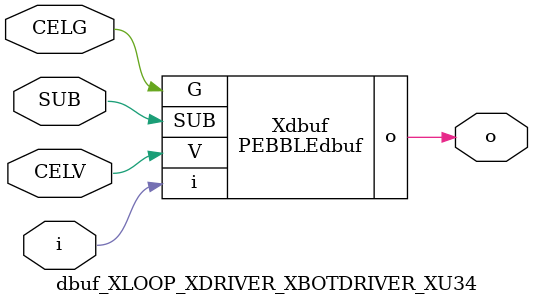
<source format=v>



module PEBBLEdbuf ( o, G, SUB, V, i );

  input V;
  input i;
  input G;
  output o;
  input SUB;
endmodule

//Celera Confidential Do Not Copy dbuf_XLOOP_XDRIVER_XBOTDRIVER_XU34
//Celera Confidential Symbol Generator
//Digital Buffer
module dbuf_XLOOP_XDRIVER_XBOTDRIVER_XU34 (CELV,CELG,i,o,SUB);
input CELV;
input CELG;
input i;
input SUB;
output o;

//Celera Confidential Do Not Copy dbuf
PEBBLEdbuf Xdbuf(
.V (CELV),
.i (i),
.o (o),
.SUB (SUB),
.G (CELG)
);
//,diesize,PEBBLEdbuf

//Celera Confidential Do Not Copy Module End
//Celera Schematic Generator
endmodule

</source>
